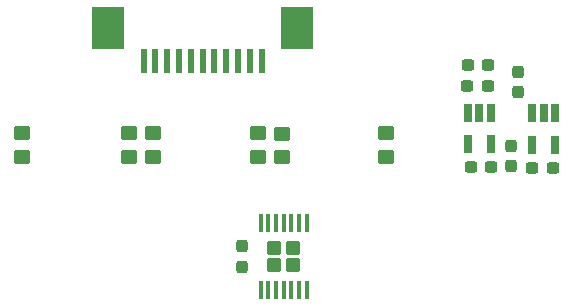
<source format=gbp>
%TF.GenerationSoftware,KiCad,Pcbnew,8.0.4-8.0.4-0~ubuntu22.04.1*%
%TF.CreationDate,2024-08-14T23:11:35+09:00*%
%TF.ProjectId,motor_driver,6d6f746f-725f-4647-9269-7665722e6b69,rev?*%
%TF.SameCoordinates,Original*%
%TF.FileFunction,Paste,Bot*%
%TF.FilePolarity,Positive*%
%FSLAX46Y46*%
G04 Gerber Fmt 4.6, Leading zero omitted, Abs format (unit mm)*
G04 Created by KiCad (PCBNEW 8.0.4-8.0.4-0~ubuntu22.04.1) date 2024-08-14 23:11:35*
%MOMM*%
%LPD*%
G01*
G04 APERTURE LIST*
G04 Aperture macros list*
%AMRoundRect*
0 Rectangle with rounded corners*
0 $1 Rounding radius*
0 $2 $3 $4 $5 $6 $7 $8 $9 X,Y pos of 4 corners*
0 Add a 4 corners polygon primitive as box body*
4,1,4,$2,$3,$4,$5,$6,$7,$8,$9,$2,$3,0*
0 Add four circle primitives for the rounded corners*
1,1,$1+$1,$2,$3*
1,1,$1+$1,$4,$5*
1,1,$1+$1,$6,$7*
1,1,$1+$1,$8,$9*
0 Add four rect primitives between the rounded corners*
20,1,$1+$1,$2,$3,$4,$5,0*
20,1,$1+$1,$4,$5,$6,$7,0*
20,1,$1+$1,$6,$7,$8,$9,0*
20,1,$1+$1,$8,$9,$2,$3,0*%
G04 Aperture macros list end*
%ADD10RoundRect,0.250000X0.450000X-0.350000X0.450000X0.350000X-0.450000X0.350000X-0.450000X-0.350000X0*%
%ADD11RoundRect,0.237500X0.237500X-0.300000X0.237500X0.300000X-0.237500X0.300000X-0.237500X-0.300000X0*%
%ADD12RoundRect,0.237500X-0.300000X-0.237500X0.300000X-0.237500X0.300000X0.237500X-0.300000X0.237500X0*%
%ADD13RoundRect,0.250000X-0.450000X0.350000X-0.450000X-0.350000X0.450000X-0.350000X0.450000X0.350000X0*%
%ADD14R,0.610000X2.000000*%
%ADD15R,2.680000X3.600000*%
%ADD16RoundRect,0.250001X-0.374999X0.354999X-0.374999X-0.354999X0.374999X-0.354999X0.374999X0.354999X0*%
%ADD17RoundRect,0.100000X-0.100000X0.687500X-0.100000X-0.687500X0.100000X-0.687500X0.100000X0.687500X0*%
%ADD18RoundRect,0.237500X-0.237500X0.300000X-0.237500X-0.300000X0.237500X-0.300000X0.237500X0.300000X0*%
%ADD19R,0.650000X1.560000*%
G04 APERTURE END LIST*
D10*
%TO.C,R1*%
X115306400Y-91866400D03*
X115306400Y-89866400D03*
%TD*%
D11*
%TO.C,C15*%
X135295600Y-86388100D03*
X135295600Y-84663100D03*
%TD*%
D12*
%TO.C,C14*%
X131029500Y-85830400D03*
X132754500Y-85830400D03*
%TD*%
D13*
%TO.C,R9*%
X102345200Y-89837600D03*
X102345200Y-91837600D03*
%TD*%
D12*
%TO.C,C17*%
X131334300Y-92688400D03*
X133059300Y-92688400D03*
%TD*%
D10*
%TO.C,R2*%
X104423800Y-91840600D03*
X104423800Y-89840600D03*
%TD*%
%TO.C,R3*%
X93309600Y-91836420D03*
X93309600Y-89836420D03*
%TD*%
D14*
%TO.C,J2*%
X103610400Y-83753600D03*
X104610400Y-83753600D03*
X105610400Y-83753600D03*
X106610400Y-83753600D03*
X107610400Y-83753600D03*
X108610400Y-83753600D03*
X109610400Y-83753600D03*
X110610400Y-83753600D03*
X111610400Y-83753600D03*
X112610400Y-83753600D03*
X113610400Y-83753600D03*
D15*
X100620400Y-80953600D03*
X116600400Y-80953600D03*
%TD*%
D13*
%TO.C,R7*%
X124122100Y-89851200D03*
X124122100Y-91851200D03*
%TD*%
D16*
%TO.C,U2*%
X116243400Y-99529200D03*
X114693400Y-99529200D03*
X116243400Y-101029200D03*
X114693400Y-101029200D03*
D17*
X113518400Y-97416700D03*
X114168400Y-97416700D03*
X114818400Y-97416700D03*
X115468400Y-97416700D03*
X116118400Y-97416700D03*
X116768400Y-97416700D03*
X117418400Y-97416700D03*
X117418400Y-103141700D03*
X116768400Y-103141700D03*
X116118400Y-103141700D03*
X115468400Y-103141700D03*
X114818400Y-103141700D03*
X114168400Y-103141700D03*
X113518400Y-103141700D03*
%TD*%
D18*
%TO.C,C16*%
X134736800Y-90911500D03*
X134736800Y-92636500D03*
%TD*%
D19*
%TO.C,U3*%
X136530000Y-88138000D03*
X137480000Y-88138000D03*
X138430000Y-88138000D03*
X138430000Y-90838000D03*
X136530000Y-90838000D03*
%TD*%
D13*
%TO.C,R8*%
X113313800Y-89840600D03*
X113313800Y-91840600D03*
%TD*%
D19*
%TO.C,U4*%
X131094400Y-88087200D03*
X132044400Y-88087200D03*
X132994400Y-88087200D03*
X132994400Y-90787200D03*
X131094400Y-90787200D03*
%TD*%
D12*
%TO.C,C18*%
X136515900Y-92739200D03*
X138240900Y-92739200D03*
%TD*%
D18*
%TO.C,C5*%
X111930000Y-99405000D03*
X111930000Y-101130000D03*
%TD*%
D12*
%TO.C,C13*%
X131043600Y-84095600D03*
X132768600Y-84095600D03*
%TD*%
M02*

</source>
